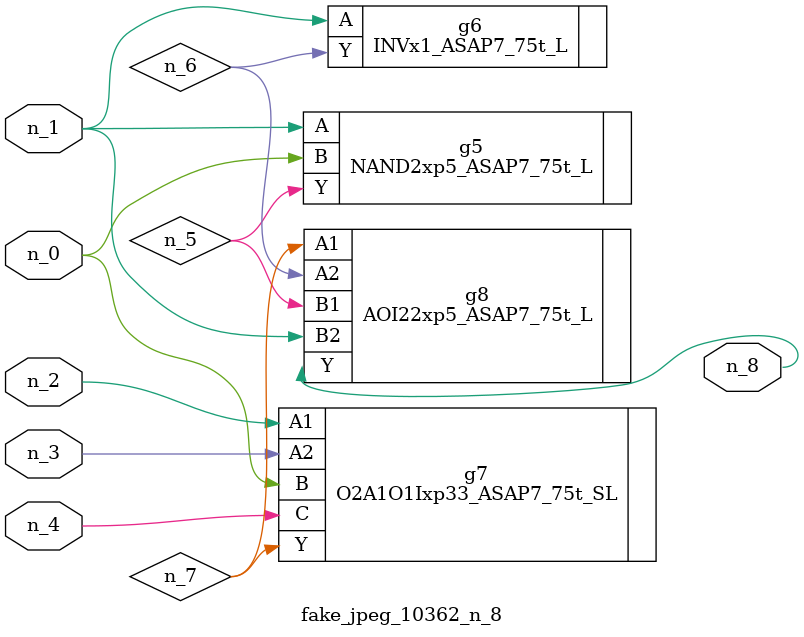
<source format=v>
module fake_jpeg_10362_n_8 (n_3, n_2, n_1, n_0, n_4, n_8);

input n_3;
input n_2;
input n_1;
input n_0;
input n_4;

output n_8;

wire n_6;
wire n_5;
wire n_7;

NAND2xp5_ASAP7_75t_L g5 ( 
.A(n_1),
.B(n_0),
.Y(n_5)
);

INVx1_ASAP7_75t_L g6 ( 
.A(n_1),
.Y(n_6)
);

O2A1O1Ixp33_ASAP7_75t_SL g7 ( 
.A1(n_2),
.A2(n_3),
.B(n_0),
.C(n_4),
.Y(n_7)
);

AOI22xp5_ASAP7_75t_L g8 ( 
.A1(n_7),
.A2(n_6),
.B1(n_5),
.B2(n_1),
.Y(n_8)
);


endmodule
</source>
